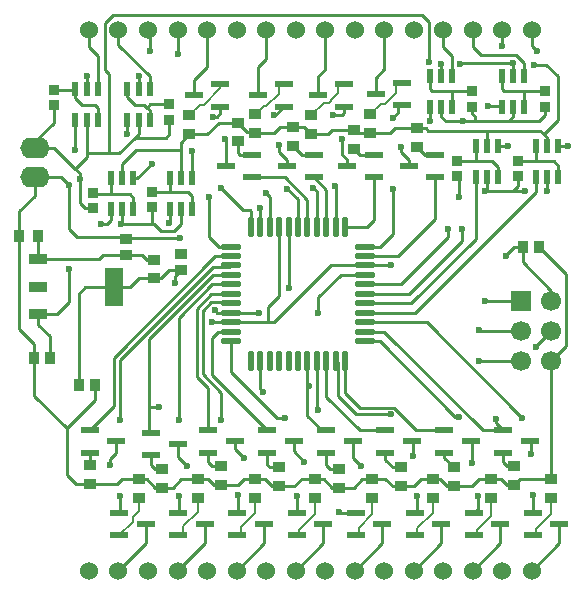
<source format=gtl>
G04 Layer_Physical_Order=1*
G04 Layer_Color=255*
%FSLAX25Y25*%
%MOIN*%
G70*
G01*
G75*
%ADD10R,0.03740X0.03347*%
%ADD11R,0.02165X0.04724*%
%ADD12R,0.03543X0.03937*%
%ADD13R,0.03937X0.03543*%
%ADD14O,0.02165X0.06890*%
%ADD15O,0.06890X0.02165*%
%ADD16R,0.06400X0.03500*%
%ADD17R,0.06400X0.12500*%
%ADD18R,0.06102X0.02362*%
%ADD19C,0.01000*%
%ADD20C,0.00606*%
%ADD21O,0.09842X0.06890*%
%ADD22C,0.06693*%
%ADD23R,0.06693X0.06693*%
%ADD24C,0.06000*%
%ADD25C,0.02362*%
D10*
X188583Y170669D02*
D03*
Y175787D02*
D03*
X164173Y170669D02*
D03*
Y175787D02*
D03*
X179527Y147441D02*
D03*
Y152559D02*
D03*
X159449Y147441D02*
D03*
Y152559D02*
D03*
X57480Y137205D02*
D03*
Y142323D02*
D03*
X37795Y136811D02*
D03*
Y141929D02*
D03*
X24803Y171063D02*
D03*
Y176181D02*
D03*
X63386Y166339D02*
D03*
Y171457D02*
D03*
D11*
X150197Y170472D02*
D03*
X153937D02*
D03*
X157677D02*
D03*
Y180709D02*
D03*
X153937D02*
D03*
X150197D02*
D03*
X174213Y170472D02*
D03*
X177953D02*
D03*
X181693D02*
D03*
Y180709D02*
D03*
X177953D02*
D03*
X174213D02*
D03*
X63583Y136614D02*
D03*
X67323D02*
D03*
X71063D02*
D03*
Y146850D02*
D03*
X67323D02*
D03*
X63583D02*
D03*
X32087Y166142D02*
D03*
X35827D02*
D03*
X39567D02*
D03*
Y176378D02*
D03*
X35827D02*
D03*
X32087D02*
D03*
X49409Y166142D02*
D03*
X53150D02*
D03*
X56890D02*
D03*
Y176378D02*
D03*
X53150D02*
D03*
X49409D02*
D03*
X43898Y136614D02*
D03*
X47638D02*
D03*
X51378D02*
D03*
Y146850D02*
D03*
X47638D02*
D03*
X43898D02*
D03*
X165551Y147244D02*
D03*
X169291D02*
D03*
X173031D02*
D03*
Y157480D02*
D03*
X169291D02*
D03*
X165551D02*
D03*
X185630Y147244D02*
D03*
X189370D02*
D03*
X193110D02*
D03*
Y157480D02*
D03*
X189370D02*
D03*
X185630D02*
D03*
D12*
X186516Y124016D02*
D03*
X181201D02*
D03*
X19685Y127559D02*
D03*
X13386D02*
D03*
X18209Y87008D02*
D03*
X23524D02*
D03*
X38484Y77953D02*
D03*
X33169D02*
D03*
D13*
X48819Y126673D02*
D03*
Y121358D02*
D03*
X86221Y165354D02*
D03*
Y159055D02*
D03*
X70079Y161417D02*
D03*
Y167717D02*
D03*
X58268Y113386D02*
D03*
Y119685D02*
D03*
X178347Y44488D02*
D03*
Y50787D02*
D03*
X190551Y46457D02*
D03*
Y40157D02*
D03*
X111811Y46457D02*
D03*
Y40157D02*
D03*
X100000Y44094D02*
D03*
Y50394D02*
D03*
X92126Y46457D02*
D03*
Y40157D02*
D03*
X80709Y44488D02*
D03*
Y50787D02*
D03*
X67323Y121555D02*
D03*
Y116240D02*
D03*
X146063Y163386D02*
D03*
Y157087D02*
D03*
X120079Y43701D02*
D03*
Y50000D02*
D03*
X130315Y161811D02*
D03*
Y168110D02*
D03*
X131102Y46457D02*
D03*
Y40157D02*
D03*
X124802Y162991D02*
D03*
Y156692D02*
D03*
X37008Y44882D02*
D03*
Y51181D02*
D03*
X140551Y44094D02*
D03*
Y50394D02*
D03*
X110630Y161417D02*
D03*
Y167717D02*
D03*
X53150Y46457D02*
D03*
Y40157D02*
D03*
X151181Y46457D02*
D03*
Y40157D02*
D03*
X104724Y163779D02*
D03*
Y157480D02*
D03*
X61024Y43701D02*
D03*
Y50000D02*
D03*
X158268Y44094D02*
D03*
Y50394D02*
D03*
X92126Y161811D02*
D03*
Y168110D02*
D03*
X72835Y46457D02*
D03*
Y40157D02*
D03*
X170472Y46457D02*
D03*
Y40157D02*
D03*
D14*
X122047Y86024D02*
D03*
X118898D02*
D03*
X115748D02*
D03*
X112598D02*
D03*
X109449D02*
D03*
X106299D02*
D03*
X103150D02*
D03*
X100000D02*
D03*
X96850D02*
D03*
X93701D02*
D03*
X90551D02*
D03*
Y130512D02*
D03*
X93701D02*
D03*
X96850D02*
D03*
X100000D02*
D03*
X103150D02*
D03*
X106299D02*
D03*
X109449D02*
D03*
X112598D02*
D03*
X115748D02*
D03*
X118898D02*
D03*
X122047D02*
D03*
D15*
X84055Y92520D02*
D03*
Y95669D02*
D03*
Y98819D02*
D03*
Y101969D02*
D03*
Y105118D02*
D03*
Y108268D02*
D03*
Y111417D02*
D03*
Y114567D02*
D03*
Y117717D02*
D03*
Y120866D02*
D03*
Y124016D02*
D03*
X128543D02*
D03*
Y120866D02*
D03*
Y117717D02*
D03*
Y114567D02*
D03*
Y111417D02*
D03*
Y108268D02*
D03*
Y105118D02*
D03*
Y101969D02*
D03*
Y98819D02*
D03*
Y95669D02*
D03*
Y92520D02*
D03*
D16*
X19683Y119730D02*
D03*
Y110630D02*
D03*
Y101530D02*
D03*
D17*
X44883Y110630D02*
D03*
D18*
X95965Y62795D02*
D03*
Y55315D02*
D03*
X104823Y59055D02*
D03*
X114665Y31496D02*
D03*
X105807Y27756D02*
D03*
Y35236D02*
D03*
X193405Y31496D02*
D03*
X184547Y27756D02*
D03*
Y35236D02*
D03*
X86122D02*
D03*
Y27756D02*
D03*
X94980Y31496D02*
D03*
X71555Y174409D02*
D03*
X80413Y178150D02*
D03*
Y170669D02*
D03*
X174705Y62795D02*
D03*
Y55315D02*
D03*
X183563Y59055D02*
D03*
X85138D02*
D03*
X76279Y55315D02*
D03*
Y62795D02*
D03*
X91043Y147047D02*
D03*
Y154527D02*
D03*
X82185Y150787D02*
D03*
X173721Y31496D02*
D03*
X164862Y27756D02*
D03*
Y35236D02*
D03*
X66437D02*
D03*
Y27756D02*
D03*
X75295Y31496D02*
D03*
X92815Y174409D02*
D03*
X101673Y178150D02*
D03*
Y170669D02*
D03*
X155020Y62795D02*
D03*
Y55315D02*
D03*
X163878Y59055D02*
D03*
X66240Y58268D02*
D03*
X57382Y54528D02*
D03*
Y62008D02*
D03*
X111516Y147047D02*
D03*
Y154527D02*
D03*
X102657Y150787D02*
D03*
X154035Y31496D02*
D03*
X145177Y27756D02*
D03*
Y35236D02*
D03*
X46752D02*
D03*
Y27756D02*
D03*
X55610Y31496D02*
D03*
X112894Y174409D02*
D03*
X121752Y178150D02*
D03*
Y170669D02*
D03*
X135335Y62795D02*
D03*
Y55315D02*
D03*
X144193Y59055D02*
D03*
X45768D02*
D03*
X36909Y55315D02*
D03*
Y62795D02*
D03*
X131595Y147047D02*
D03*
Y154527D02*
D03*
X122736Y150787D02*
D03*
X134350Y31496D02*
D03*
X125492Y27756D02*
D03*
Y35236D02*
D03*
X141043Y171063D02*
D03*
Y178543D02*
D03*
X132185Y174803D02*
D03*
X124508Y59055D02*
D03*
X115650Y55315D02*
D03*
Y62795D02*
D03*
X152067Y147047D02*
D03*
Y154527D02*
D03*
X143209Y150787D02*
D03*
D19*
X32776Y127067D02*
X48819D01*
X49114Y126772D01*
X35236Y136811D02*
X38189D01*
X43307Y155118D02*
X46705D01*
X35827D02*
X43307D01*
Y181496D01*
X41945Y182858D02*
X43307Y181496D01*
X44488Y201181D02*
X147638D01*
X41945Y198638D02*
X44488Y201181D01*
X41945Y182858D02*
Y198638D01*
X39567Y176378D02*
Y187598D01*
X36602Y190563D02*
X39567Y187598D01*
X153937Y180709D02*
Y185039D01*
X160236D02*
X160268Y185071D01*
X157555Y180831D02*
Y186150D01*
Y180831D02*
X157677Y180709D01*
Y186272D02*
Y187598D01*
X157555Y186150D02*
X157677Y186272D01*
X160268Y185071D02*
X177953D01*
X157480Y175787D02*
X164173D01*
X177953Y180709D02*
Y185071D01*
X181693Y180709D02*
Y185122D01*
X167323Y187795D02*
X179020D01*
X181693Y185122D01*
X188189Y161417D02*
X189370Y160236D01*
X187008Y162598D02*
X188189Y161417D01*
X185039Y184645D02*
X188977D01*
X192913Y180709D01*
Y166142D02*
Y180709D01*
X188189Y161417D02*
X192913Y166142D01*
X169291Y162598D02*
X187008D01*
X149752D02*
X169291D01*
Y157480D02*
Y162598D01*
X146063Y163386D02*
X148964D01*
X149752Y162598D01*
X189370Y157480D02*
Y160236D01*
X184240Y190957D02*
Y196047D01*
Y190957D02*
X185827Y189370D01*
X193110Y157480D02*
X196457D01*
X174398Y190957D02*
Y196047D01*
Y190957D02*
X174409Y190945D01*
X173031Y157480D02*
X176378D01*
X164555Y190563D02*
Y196047D01*
Y190563D02*
X167323Y187795D01*
X154713Y190563D02*
Y196047D01*
Y190563D02*
X157677Y187598D01*
X188583Y167717D02*
Y170669D01*
X186614Y165748D02*
X188583Y167717D01*
X176378Y165748D02*
X186614D01*
X177953Y167323D02*
Y170472D01*
X176378Y165748D02*
X177953Y167323D01*
X165354Y165748D02*
X176378D01*
X161268D02*
X165354D01*
Y167323D01*
X164173Y168504D02*
X165354Y167323D01*
X155512Y165748D02*
X161268D01*
X153937Y167323D02*
X155512Y165748D01*
X164173Y168504D02*
Y170669D01*
X153937Y167323D02*
Y170472D01*
X189370Y142520D02*
Y147244D01*
X177953Y142520D02*
X181890D01*
X179527Y144095D02*
Y147441D01*
X177953Y142520D02*
X179527Y144095D01*
X168504Y142520D02*
X177953D01*
X159449Y147441D02*
X159843Y147047D01*
Y140551D02*
Y147047D01*
X169291Y143307D02*
Y147244D01*
X168504Y142520D02*
X169291Y143307D01*
X165551Y126575D02*
Y147244D01*
X150000Y185433D02*
Y198819D01*
X147638Y201181D02*
X150000Y198819D01*
X143307Y108268D02*
X161024Y125984D01*
Y129921D01*
X156299Y127165D02*
Y129921D01*
X140551Y111417D02*
X156299Y127165D01*
X152067Y133169D02*
Y147047D01*
X139764Y120866D02*
X152067Y133169D01*
X185630Y142323D02*
Y147244D01*
X145276Y101969D02*
X185630Y142323D01*
X128543Y101969D02*
X145276D01*
X178347Y124016D02*
X181201D01*
X175591Y121260D02*
X178347Y124016D01*
X175591Y120866D02*
Y121260D01*
X185827Y152559D02*
X191535D01*
X193110Y150984D01*
X173819Y170866D02*
X174213Y170472D01*
X169685Y170866D02*
X173819D01*
X159449Y152559D02*
X165354D01*
X144095Y105118D02*
X165551Y126575D01*
X150197Y165945D02*
Y170472D01*
Y165945D02*
X150394Y165748D01*
X157677Y170472D02*
Y175591D01*
X150984Y175787D02*
X157480D01*
X157677Y175591D01*
X150197Y176575D02*
Y180709D01*
Y176575D02*
X150984Y175787D01*
X181496D02*
X188583D01*
X175000D02*
X181496D01*
X181693Y175591D01*
Y170472D02*
Y175591D01*
X174213Y176575D02*
Y180709D01*
Y176575D02*
X175000Y175787D01*
X179527Y152559D02*
X185827D01*
X185630Y152756D02*
X185827Y152559D01*
X185630Y152756D02*
Y157480D01*
X193110Y147244D02*
Y150984D01*
X165354Y152559D02*
X171063D01*
X165354D02*
X165551Y152756D01*
Y157480D01*
X173031Y147244D02*
Y150591D01*
X171063Y152559D02*
X173031Y150591D01*
X77984Y167354D02*
X79165D01*
X77953Y167323D02*
X77984Y167354D01*
X80413Y168602D02*
Y170669D01*
X79165Y167354D02*
X80413Y168602D01*
X79921Y165354D02*
X86221D01*
X75984Y161417D02*
X79921Y165354D01*
X70079Y161417D02*
X75984D01*
X67323Y156299D02*
Y158661D01*
Y146850D02*
Y156299D01*
X47638Y146850D02*
Y151575D01*
X52362Y156299D01*
X67323D01*
Y158661D02*
X70079Y161417D01*
X70866Y147047D02*
X71063Y146850D01*
X70866Y147047D02*
Y155905D01*
X51378Y146850D02*
X52756D01*
X57480Y151575D01*
X24803Y165354D02*
Y171063D01*
X18504Y159055D02*
X24803Y165354D01*
X18504Y156890D02*
Y159055D01*
X46445Y191350D02*
Y196047D01*
Y191350D02*
X56890Y180905D01*
Y176378D02*
Y180905D01*
X66130Y196047D02*
X66142Y196035D01*
Y188189D02*
Y196035D01*
X62130Y160161D02*
X63386Y161417D01*
X52043Y160161D02*
X62130D01*
X51896Y160309D02*
X52043Y160161D01*
X56287Y196047D02*
X57087Y195248D01*
Y189370D02*
Y195248D01*
X51896Y160309D02*
X53150Y161563D01*
X46705Y155118D02*
X51896Y160309D01*
X63386Y161417D02*
Y166339D01*
X49213Y165945D02*
X49409Y166142D01*
X49213Y161417D02*
Y165945D01*
X53150Y161563D02*
Y166142D01*
X31890Y150000D02*
X33464Y148426D01*
X25000Y156890D02*
X31890Y150000D01*
Y150000D01*
X35827Y153937D01*
X33464Y146456D02*
Y148426D01*
X18504Y156890D02*
X25000D01*
X32087Y156102D02*
Y166142D01*
X35827Y153937D02*
Y155118D01*
Y166142D01*
X34252Y171260D02*
X38583D01*
X32087Y173425D02*
X34252Y171260D01*
X38583D02*
X39567Y170276D01*
X32087Y173425D02*
Y176378D01*
X35827D02*
Y180709D01*
X33464Y138583D02*
Y146456D01*
X63583Y132087D02*
Y136614D01*
X63386Y131890D02*
X63583Y132087D01*
X65035Y129209D02*
X67323Y131496D01*
X58268D02*
X60555Y129209D01*
X65035D01*
X95669Y141732D02*
X96850Y140551D01*
X57480Y131496D02*
X58268D01*
X47244D02*
X57480D01*
Y137205D01*
X67323Y131496D02*
Y136614D01*
X63484Y142323D02*
X69488D01*
X57480D02*
X63484D01*
X63583Y142421D01*
Y146850D01*
X71063Y136614D02*
Y140748D01*
X69488Y142323D02*
X71063Y140748D01*
X76772Y127165D02*
Y140551D01*
Y127165D02*
X79921Y124016D01*
X41339Y121260D02*
X54331D01*
X55905Y119685D01*
X39809Y119730D02*
X41339Y121260D01*
X47638Y131890D02*
Y136221D01*
X47244Y131496D02*
X47638Y131890D01*
X43898Y132874D02*
Y136614D01*
X42520Y131496D02*
X43898Y132874D01*
X40551Y131496D02*
X42520D01*
X93701Y130512D02*
Y137008D01*
X80564Y143701D02*
X88075Y136189D01*
X90189D02*
X90551Y135827D01*
X88075Y136189D02*
X90189D01*
X90551Y130512D02*
Y135827D01*
X33464Y138583D02*
X35236Y136811D01*
X51378Y136614D02*
Y140354D01*
Y136221D02*
Y136614D01*
X38189Y141535D02*
X43701D01*
X29921Y129921D02*
Y144488D01*
Y129921D02*
X32776Y127067D01*
X49114Y126772D02*
X66929D01*
X43701Y141535D02*
X50197D01*
X43701D02*
X43898Y141732D01*
Y146457D01*
X50197Y141535D02*
X51378Y140354D01*
X56004Y170374D02*
X56890Y169488D01*
X55118Y171260D02*
X56004Y170374D01*
X57087Y171457D01*
X63386D01*
X56890Y166142D02*
Y169488D01*
X51968Y171260D02*
X55118D01*
X49409Y173819D02*
X51968Y171260D01*
X49409Y173819D02*
Y176378D01*
X53150D02*
Y180709D01*
X36602Y190563D02*
Y196047D01*
X39567Y166142D02*
Y170276D01*
X31890Y176181D02*
X32087Y176378D01*
X24803Y176181D02*
X31890D01*
X109449Y67572D02*
Y86024D01*
X185433Y90630D02*
X190709Y95906D01*
X82185Y150787D02*
Y160138D01*
X117716Y162991D02*
X124802D01*
X112752Y69925D02*
X112992Y69685D01*
X99358Y66929D02*
X101969D01*
X84055Y82232D02*
Y92520D01*
Y82232D02*
X99358Y66929D01*
X98425Y98819D02*
X117323Y117717D01*
X96457Y98819D02*
X98425D01*
X103150Y110236D02*
Y130512D01*
X186516Y124016D02*
X195669Y114862D01*
Y90866D02*
Y114862D01*
X190709Y85905D02*
X195669Y90866D01*
X190709Y105905D02*
Y109291D01*
X181201Y118799D02*
X190709Y109291D01*
X181201Y118799D02*
Y124016D01*
X84055Y98819D02*
X96457D01*
Y103937D01*
X100000Y107480D01*
Y130512D01*
X120472Y114567D02*
X128543D01*
X112992Y107087D02*
X120472Y114567D01*
X112992Y101969D02*
Y107087D01*
X63386Y116142D02*
X67224D01*
X67323Y116240D01*
X65354Y114271D02*
X67224Y116142D01*
X65354Y111810D02*
Y114271D01*
X74484Y102463D02*
X77458Y105437D01*
X74484Y81447D02*
Y102463D01*
X72484Y103292D02*
X77460Y108268D01*
X72484Y80619D02*
Y103292D01*
X66535Y100171D02*
X77781Y111417D01*
X56595Y93059D02*
X78103Y114567D01*
X46850Y86143D02*
X77857Y117150D01*
X44850Y86971D02*
X78745Y120866D01*
X77458Y105437D02*
X83736D01*
X60630Y113386D02*
X63386Y116142D01*
X58268Y113386D02*
X60630D01*
X77460Y108268D02*
X84055D01*
X78569Y102756D02*
X79356Y101969D01*
X84055D01*
X53150Y113386D02*
X57874D01*
X84055Y101969D02*
X84055Y101969D01*
X93307D01*
X128543Y108268D02*
X143307D01*
X128543Y111417D02*
X140551D01*
X117323Y117717D02*
X117323Y117717D01*
X128543D01*
X137402D01*
X128543Y120866D02*
X139764D01*
X13386Y96457D02*
Y127559D01*
Y96457D02*
X18209Y91634D01*
Y87008D02*
Y91634D01*
X19683Y98033D02*
Y101530D01*
Y98033D02*
X23524Y94193D01*
Y87008D02*
Y94193D01*
X29921Y105512D02*
Y116535D01*
X19683Y119730D02*
X39809D01*
X25939Y101530D02*
X29921Y105512D01*
X19683Y101530D02*
X25939D01*
X18504Y140945D02*
Y147047D01*
X13386Y135827D02*
X18504Y140945D01*
X13386Y127559D02*
Y135827D01*
X19683Y127558D02*
X19685Y127559D01*
X19683Y119730D02*
Y127558D01*
X55905Y119685D02*
X58268D01*
X77857Y117150D02*
X83488D01*
X84055Y117717D01*
X77781Y111417D02*
X84055D01*
X78745Y120866D02*
X84055D01*
X44850Y70736D02*
Y86971D01*
X46850Y66142D02*
Y86143D01*
X78103Y114567D02*
X84055D01*
X56595Y70079D02*
Y93059D01*
X66535Y66142D02*
Y100171D01*
X83736Y105437D02*
X84055Y105118D01*
X77559Y98819D02*
X84055D01*
X72484Y80619D02*
X76279Y76824D01*
X74484Y81447D02*
X80709Y75223D01*
X50394Y110630D02*
X53150Y113386D01*
X44883Y110630D02*
X50394D01*
X35433D02*
X44883D01*
X33169Y108366D02*
X35433Y110630D01*
X33169Y77953D02*
Y108366D01*
X18209Y74311D02*
X29134Y63386D01*
X18209Y74311D02*
Y87008D01*
X38484Y72736D02*
Y77953D01*
X29134Y63386D02*
X38484Y72736D01*
X29134Y48031D02*
Y63386D01*
Y48031D02*
X32283Y44882D01*
X37008D01*
X46063D01*
X47638Y46457D01*
X53150D01*
X55905D01*
X58661Y43701D01*
X61024D01*
X64567D01*
X67323Y46457D01*
X72835D01*
X76378D01*
X78347Y44488D01*
X80709D01*
X86221D01*
X88189Y46457D01*
X92126D01*
X95276D01*
X97638Y44094D01*
X100000D01*
X105118D01*
X107480Y46457D01*
X111811D01*
X114961D01*
X117717Y43701D01*
X120079D01*
X124803D01*
X127559Y46457D01*
X131102D01*
X135433D01*
X137795Y44094D01*
X140551D01*
X144882D01*
X147244Y46457D01*
X151181D01*
X155905Y44094D02*
X158268D01*
X153543Y46457D02*
X155905Y44094D01*
X151181Y46457D02*
X153543D01*
X166535D02*
X170472D01*
X164173Y44094D02*
X166535Y46457D01*
X158268Y44094D02*
X164173D01*
X170472Y46457D02*
X174016D01*
X175984Y44488D01*
X178347D01*
X180315Y46457D01*
X190551D01*
Y85748D02*
X190709Y85905D01*
X190551Y46457D02*
Y85748D01*
X185433Y90630D02*
X185512Y90551D01*
X174705Y52067D02*
Y55315D01*
X175984Y50787D02*
X178347D01*
X174705Y52067D02*
X175984Y50787D01*
X27362Y147047D02*
X29921Y144488D01*
X18504Y147047D02*
X27362D01*
X144488Y54331D02*
Y58760D01*
X146063Y36122D02*
Y40945D01*
X145177Y35236D02*
X146063Y36122D01*
X43701Y51181D02*
Y53150D01*
X45768Y55217D01*
X46850Y35335D02*
Y40945D01*
X46752Y35236D02*
X46850Y35335D01*
X66535Y35335D02*
Y40945D01*
X66437Y35236D02*
X66535Y35335D01*
X86221D02*
Y41339D01*
X86122Y35236D02*
X86221Y35335D01*
X105905Y35335D02*
Y40945D01*
X105807Y35236D02*
X105905Y35335D01*
X184646D02*
Y41339D01*
X184547Y35236D02*
X184646Y35335D01*
X166142Y36516D02*
Y40945D01*
X164862Y35236D02*
X166142Y36516D01*
X138583Y163386D02*
X146063D01*
X137008Y161811D02*
X138583Y163386D01*
X130315Y161811D02*
X137008D01*
X116142Y161417D02*
X117716Y162991D01*
X110630Y161417D02*
X116142D01*
X125983Y161811D02*
X130315D01*
X124802Y162991D02*
X125983Y161811D01*
X108268Y163779D02*
X110630Y161417D01*
X104724Y163779D02*
X108268D01*
X100394D02*
X104724D01*
X98425Y161811D02*
X100394Y163779D01*
X92126Y161811D02*
X98425D01*
X86221Y165354D02*
X89370Y162205D01*
X91732D01*
X92126Y161811D01*
X75972Y183846D02*
Y196047D01*
X71555Y179429D02*
X75972Y183846D01*
X71555Y174409D02*
Y179429D01*
X135028Y183059D02*
Y196047D01*
X132185Y180217D02*
X135028Y183059D01*
X132185Y174803D02*
Y180217D01*
X115342Y183059D02*
Y196047D01*
X112894Y180610D02*
X115342Y183059D01*
X112894Y174409D02*
Y180610D01*
X95657Y186602D02*
Y196047D01*
X92815Y183760D02*
X95657Y186602D01*
X92815Y174409D02*
Y183760D01*
X81889Y159842D02*
X82185Y160138D01*
X86811Y154527D02*
X91043D01*
X86221Y155118D02*
X86811Y154527D01*
X86221Y155118D02*
Y159055D01*
X102657Y150787D02*
Y152854D01*
X100000Y155512D02*
X102657Y152854D01*
X100000Y155512D02*
Y157874D01*
X104724Y157480D02*
X107677Y154527D01*
X111516D01*
X146063Y157087D02*
X148622Y154527D01*
X152067D01*
X140551Y155512D02*
Y157087D01*
Y155512D02*
X143209Y152854D01*
Y150787D02*
Y152854D01*
X122736Y150787D02*
Y152854D01*
X120865Y154725D02*
X122736Y152854D01*
X120865Y154725D02*
Y159842D01*
X126967Y154527D02*
X131595D01*
X124802Y156692D02*
X126967Y154527D01*
X118110Y167717D02*
X120866D01*
X121752Y168602D02*
Y170669D01*
X120866Y167717D02*
X121752Y168602D01*
X139764Y168996D02*
Y170472D01*
X137795Y167028D02*
X139764Y168996D01*
X98425Y167717D02*
X98721D01*
X101673Y170669D01*
X124508Y53444D02*
Y59055D01*
Y53444D02*
X127165Y50787D01*
X104823Y55807D02*
Y59055D01*
Y55807D02*
X108268Y52362D01*
X85138Y56593D02*
Y59055D01*
Y56593D02*
X88188Y53543D01*
X66240Y53838D02*
Y58268D01*
Y53838D02*
X69291Y50787D01*
X45768Y55217D02*
Y59055D01*
X55610Y25095D02*
Y31496D01*
X46445Y15929D02*
X55610Y25095D01*
X75295Y25295D02*
Y31496D01*
X66130Y16130D02*
X75295Y25295D01*
X66130Y15929D02*
Y16130D01*
X94980Y25095D02*
Y31496D01*
X85815Y15929D02*
X94980Y25095D01*
X114665D02*
Y31496D01*
X105500Y15929D02*
X114665Y25095D01*
X134350D02*
Y31496D01*
X125185Y15929D02*
X134350Y25095D01*
X154035D02*
Y31496D01*
X144870Y15929D02*
X154035Y25095D01*
X173721D02*
Y31496D01*
X164555Y15929D02*
X173721Y25095D01*
X193405D02*
Y31496D01*
X184240Y15929D02*
X193405Y25095D01*
X36909Y55315D02*
X37008Y55216D01*
Y51181D02*
Y55216D01*
X57382Y51279D02*
Y54528D01*
Y51279D02*
X58661Y50000D01*
X61024D01*
X76279Y52067D02*
Y55315D01*
Y52067D02*
X77559Y50787D01*
X80709D01*
X95965Y51279D02*
Y55315D01*
Y51279D02*
X96850Y50394D01*
X100000D01*
X115650Y51279D02*
Y55315D01*
Y51279D02*
X116929Y50000D01*
X120079D01*
X135335Y52854D02*
Y55315D01*
Y52854D02*
X137795Y50394D01*
X140551D01*
X155020Y53642D02*
X158268Y50394D01*
X155020Y53642D02*
Y55315D01*
X144193Y59055D02*
X144488Y58760D01*
X163878Y59055D02*
X164173Y58760D01*
Y51968D02*
Y58760D01*
X183563Y59055D02*
X183858Y58760D01*
Y54724D02*
Y58760D01*
X120079Y35433D02*
X120276Y35236D01*
X125492D01*
X158661Y67323D02*
X159843D01*
X133465Y92520D02*
X158661Y67323D01*
X128543Y92520D02*
X133465D01*
X172441Y65059D02*
X174705Y62795D01*
X172441Y65059D02*
Y66535D01*
X114225Y62795D02*
X115650D01*
X109449Y67572D02*
X114225Y62795D01*
X112752Y69925D02*
Y85870D01*
X112598Y86024D02*
X112752Y85870D01*
X166535Y96063D02*
X166693Y95906D01*
X149213Y98819D02*
X181102Y66929D01*
X166693Y95906D02*
X180709D01*
X93701Y76378D02*
Y86024D01*
Y76378D02*
X94488Y75590D01*
X166535Y85827D02*
X166614Y85905D01*
X180709D01*
X56988Y70472D02*
X59842D01*
X56595Y70079D02*
X56988Y70472D01*
X56595Y62795D02*
Y70079D01*
X168504Y105905D02*
X180709D01*
X79921Y124016D02*
X84055D01*
X96850Y130512D02*
Y140551D01*
X106299Y130512D02*
Y139764D01*
X102756Y143307D02*
X106299Y139764D01*
X109449Y130512D02*
Y139571D01*
X91043Y147047D02*
X101972D01*
X109449Y139571D01*
X112598Y130512D02*
Y142520D01*
X111417Y143701D02*
X112598Y142520D01*
X111516Y147047D02*
X115748Y142815D01*
Y130512D02*
Y142815D01*
X118898Y130512D02*
Y143701D01*
X118504Y144095D02*
X118898Y143701D01*
X131595Y132776D02*
Y147047D01*
X129331Y130512D02*
X131595Y132776D01*
X122047Y130512D02*
X129331D01*
X137795Y128347D02*
Y143307D01*
X133465Y124016D02*
X137795Y128347D01*
X128543Y124016D02*
X133465D01*
X128543Y105118D02*
X144095D01*
X36909Y62795D02*
X44850Y70736D01*
X76279Y62795D02*
Y76824D01*
X80709Y66142D02*
Y75223D01*
X79677Y95669D02*
X84055D01*
X77559Y93551D02*
X79677Y95669D01*
X77559Y81201D02*
Y93551D01*
Y81201D02*
X95965Y62795D01*
X128543Y98819D02*
X149213D01*
X167913Y62795D02*
X174705D01*
X135039Y95669D02*
X167913Y62795D01*
X128543Y95669D02*
X135039D01*
X122047Y75197D02*
Y86024D01*
Y75197D02*
X127043Y70201D01*
X138268D01*
X145673Y62795D01*
X155020D01*
X125591Y68110D02*
X137402D01*
X119465Y74236D02*
X125591Y68110D01*
X119465Y74236D02*
Y85457D01*
X118898Y86024D02*
X119465Y85457D01*
X126969Y62795D02*
X135335D01*
X115748Y74016D02*
X126969Y62795D01*
X115748Y74016D02*
Y86024D01*
D20*
X68110Y27756D02*
Y30709D01*
X74929Y171260D02*
X80413Y176744D01*
X110630Y167717D02*
X114839Y171925D01*
X139173Y178543D02*
X141043D01*
X138976Y178347D02*
X139173Y178543D01*
X138976Y175197D02*
Y178347D01*
X135433Y171653D02*
X138976Y175197D01*
X133858Y171653D02*
X135433D01*
X130315Y168110D02*
X133858Y171653D01*
X120276Y178150D02*
X121752D01*
X119685Y177559D02*
X120276Y178150D01*
X119685Y175197D02*
Y177559D01*
X117248Y172760D02*
X119685Y175197D01*
X117248Y172689D02*
Y172760D01*
X116485Y171925D02*
X117248Y172689D01*
X114839Y171925D02*
X116485D01*
X94819Y170803D02*
X95732D01*
X92126Y168110D02*
X94819Y170803D01*
X95732D02*
X99925Y174996D01*
Y177276D01*
X100362Y177713D01*
X101236D02*
X101673Y178150D01*
X100362Y177713D02*
X101236D01*
X70079Y167717D02*
X73622Y171260D01*
X74929D01*
X80413Y176744D02*
Y178150D01*
X185756Y28964D02*
Y29921D01*
X184547Y27756D02*
X185756Y28964D01*
Y29921D02*
X190551Y34717D01*
Y40157D01*
X170472Y34252D02*
Y40157D01*
X170201Y33980D02*
X170472Y34252D01*
X164862Y27756D02*
X165797Y28691D01*
Y29648D01*
X170130Y33980D01*
X170201D01*
X151181Y35165D02*
Y40157D01*
X146063Y30047D02*
X151181Y35165D01*
X146063Y28642D02*
Y30047D01*
X145177Y27756D02*
X146063Y28642D01*
X126618Y28882D02*
Y30287D01*
X131102Y34771D01*
Y40157D01*
X125492Y27756D02*
X126618Y28882D01*
X111811Y34717D02*
Y40157D01*
X106693Y29599D02*
X111811Y34717D01*
X106693Y28642D02*
Y29599D01*
X105807Y27756D02*
X106693Y28642D01*
X86122Y27756D02*
X87205D01*
X87402Y27953D01*
Y30441D01*
X92126Y35165D01*
X66437Y27756D02*
X68110D01*
Y30709D02*
X72835Y35433D01*
X92126Y35165D02*
Y40157D01*
X72835Y35433D02*
Y40157D01*
X46752Y27756D02*
X51256Y32260D01*
X53150Y35874D02*
Y40157D01*
X51256Y33980D02*
X53150Y35874D01*
X51256Y32260D02*
Y33980D01*
D21*
X18504Y147047D02*
D03*
Y156890D02*
D03*
D22*
X190709Y85905D02*
D03*
X180709D02*
D03*
X190709Y95906D02*
D03*
X180709D02*
D03*
X190709Y105905D02*
D03*
D23*
X180709D02*
D03*
D24*
X36602Y15929D02*
D03*
X46445D02*
D03*
X56287D02*
D03*
X75972D02*
D03*
X66130D02*
D03*
X95657D02*
D03*
X85815D02*
D03*
X115342D02*
D03*
X105500D02*
D03*
X135028D02*
D03*
X125185D02*
D03*
X154713D02*
D03*
X144870D02*
D03*
X174398D02*
D03*
X164555D02*
D03*
X184240D02*
D03*
Y196047D02*
D03*
X164555D02*
D03*
X174398D02*
D03*
X144870D02*
D03*
X154713D02*
D03*
X125185D02*
D03*
X135028D02*
D03*
X105500D02*
D03*
X115342D02*
D03*
X85815D02*
D03*
X95657D02*
D03*
X66130D02*
D03*
X75972D02*
D03*
X56287D02*
D03*
X46445D02*
D03*
X36602D02*
D03*
D25*
X153937Y185039D02*
D03*
X160236D02*
D03*
X177953Y185071D02*
D03*
X185039Y184645D02*
D03*
X185827Y189370D02*
D03*
X196457Y157480D02*
D03*
X174409Y190945D02*
D03*
X176378Y157480D02*
D03*
X161268Y165748D02*
D03*
X189370Y142520D02*
D03*
X181890D02*
D03*
X159843Y140551D02*
D03*
X168504Y142520D02*
D03*
X150000Y185433D02*
D03*
X161024Y129921D02*
D03*
X156299D02*
D03*
X175591Y120866D02*
D03*
X169685Y170866D02*
D03*
X150394Y165748D02*
D03*
X77953Y167323D02*
D03*
X70866Y155905D02*
D03*
X57480Y151575D02*
D03*
X66142Y188189D02*
D03*
X57087Y189370D02*
D03*
X49213Y161417D02*
D03*
X80564Y143701D02*
D03*
X32087Y156102D02*
D03*
X35827Y180709D02*
D03*
X33464Y146456D02*
D03*
X76772Y140551D02*
D03*
X63386Y131890D02*
D03*
X95669Y141732D02*
D03*
X40551Y131496D02*
D03*
X93701Y137008D02*
D03*
X47244Y131496D02*
D03*
X66929Y126772D02*
D03*
X53150Y180709D02*
D03*
X109843Y77559D02*
D03*
X103150Y110236D02*
D03*
X65354Y111810D02*
D03*
X78569Y102756D02*
D03*
X93307Y101969D02*
D03*
X112992D02*
D03*
X137402Y117717D02*
D03*
X29921Y116535D02*
D03*
X77559Y98819D02*
D03*
X185512Y90551D02*
D03*
X29921Y144488D02*
D03*
X144488Y54331D02*
D03*
X146063Y40945D02*
D03*
X43701Y51181D02*
D03*
X46850Y40945D02*
D03*
X66535D02*
D03*
X86221Y41339D02*
D03*
X105905Y40945D02*
D03*
X184646Y41339D02*
D03*
X166142Y40945D02*
D03*
X81889Y159842D02*
D03*
X118110Y167717D02*
D03*
X140551Y157087D02*
D03*
X120865Y159842D02*
D03*
X100000Y157874D02*
D03*
X98425Y167717D02*
D03*
X183858Y54724D02*
D03*
X164173Y51968D02*
D03*
X120079Y35433D02*
D03*
X69291Y50787D02*
D03*
X88188Y53543D02*
D03*
X108268Y52362D02*
D03*
X127165Y50787D02*
D03*
X172441Y66535D02*
D03*
X166535Y96063D02*
D03*
X94488Y75590D02*
D03*
X166535Y85827D02*
D03*
X59842Y70472D02*
D03*
X168504Y105905D02*
D03*
X102756Y143307D02*
D03*
X111417Y143701D02*
D03*
X118504Y144095D02*
D03*
X137795Y143307D02*
D03*
Y167028D02*
D03*
X46850Y66142D02*
D03*
X66535D02*
D03*
X80709D02*
D03*
X101969Y66929D02*
D03*
X181102D02*
D03*
X159843Y67323D02*
D03*
X137402Y68110D02*
D03*
X112992Y69685D02*
D03*
M02*

</source>
